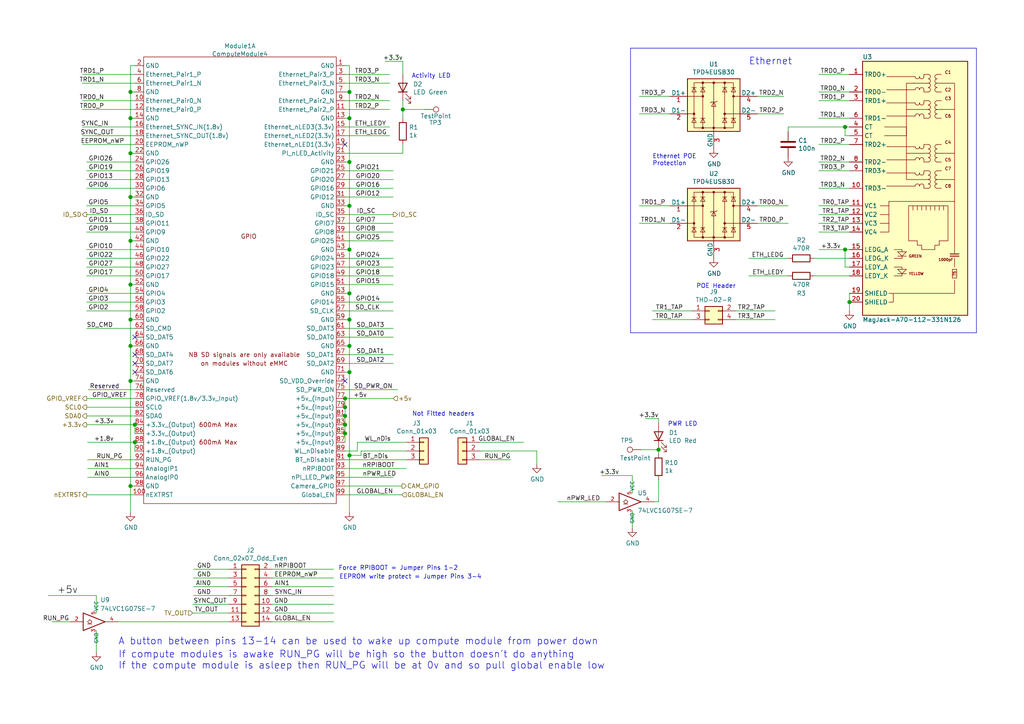
<source format=kicad_sch>
(kicad_sch (version 20211123) (generator eeschema)
  (paper "A4")
  (title_block (title "LlamaBell V4") (date "2023-01-21") (rev "1") (company "coffeekup.net"))
  (junction (at 37.846 92.71) (diameter 1.016))
  (junction (at 101.346 132.08) (diameter 1.016))
  (junction (at 101.346 59.69) (diameter 1.016))
  (junction (at 101.346 46.99) (diameter 1.016))
  (junction (at 101.346 72.39) (diameter 1.016))
  (junction (at 246.38 87.63) (diameter 1.016))
  (junction (at 101.346 26.67) (diameter 1.016))
  (junction (at 245.11 36.83) (diameter 1.016))
  (junction (at 100.076 125.73) (diameter 1.016))
  (junction (at 101.346 85.09) (diameter 1.016))
  (junction (at 37.846 69.85) (diameter 1.016))
  (junction (at 37.846 26.67) (diameter 1.016))
  (junction (at 100.076 120.65) (diameter 1.016))
  (junction (at 245.11 72.39) (diameter 1.016))
  (junction (at 37.846 100.33) (diameter 1.016))
  (junction (at 37.846 44.45) (diameter 1.016))
  (junction (at 39.116 123.19) (diameter 1.016))
  (junction (at 116.84 31.75) (diameter 1.016))
  (junction (at 101.346 107.95) (diameter 1.016))
  (junction (at 101.346 34.29) (diameter 1.016))
  (junction (at 191.008 130.429) (diameter 1.016))
  (junction (at 101.346 92.71) (diameter 1.016))
  (junction (at 100.076 115.57) (diameter 1.016))
  (junction (at 100.076 123.19) (diameter 1.016))
  (junction (at 101.346 100.33) (diameter 1.016))
  (junction (at 37.846 82.55) (diameter 1.016))
  (junction (at 39.116 128.27) (diameter 1.016))
  (junction (at 37.846 110.49) (diameter 1.016))
  (junction (at 37.846 34.29) (diameter 1.016))
  (junction (at 37.846 57.15) (diameter 1.016))
  (junction (at 37.846 140.97) (diameter 1.016))
  (junction (at 100.076 118.11) (diameter 1.016))
  (no_connect (at 100.076 110.49))
  (no_connect (at 39.116 97.79))
  (no_connect (at 100.076 41.91))
  (no_connect (at 39.116 107.95))
  (no_connect (at 39.116 105.41))
  (no_connect (at 39.116 102.87))
  (wire (pts (xy 25.146 118.11) (xy 39.116 118.11)))
  (wire (pts (xy 23.876 36.83) (xy 39.116 36.83)))
  (wire (pts (xy 37.846 57.15) (xy 39.116 57.15)))
  (wire (pts (xy 78.994 175.26) (xy 96.774 175.26)))
  (wire (pts (xy 100.076 44.45) (xy 116.84 44.45)))
  (wire (pts (xy 237.49 21.59) (xy 246.38 21.59)))
  (wire (pts (xy 78.994 170.18) (xy 96.774 170.18)))
  (wire (pts (xy 56.134 167.64) (xy 66.294 167.64)))
  (wire (pts (xy 101.346 132.08) (xy 101.346 148.59)))
  (wire (pts (xy 100.076 21.59) (xy 113.03 21.59)))
  (wire (pts (xy 237.49 34.29) (xy 246.38 34.29)))
  (wire (pts (xy 245.11 72.39) (xy 246.38 72.39)))
  (wire (pts (xy 101.346 46.99) (xy 101.346 59.69)))
  (wire (pts (xy 37.846 44.45) (xy 37.846 57.15)))
  (polyline (pts (xy 283.21 13.97) (xy 283.21 96.52)) (stroke (width 0) (type solid)))
  (wire (pts (xy 100.076 85.09) (xy 101.346 85.09)))
  (wire (pts (xy 56.134 170.18) (xy 66.294 170.18)))
  (wire (pts (xy 25.146 90.17) (xy 39.116 90.17)))
  (wire (pts (xy 183.388 137.922) (xy 174.498 137.922)))
  (wire (pts (xy 27.94 172.72) (xy 27.94 177.8)))
  (wire (pts (xy 25.4 138.43) (xy 39.116 138.43)))
  (wire (pts (xy 100.076 80.01) (xy 114.046 80.01)))
  (wire (pts (xy 228.6 38.1) (xy 228.6 36.83)))
  (wire (pts (xy 103.632 128.27) (xy 117.856 128.27)))
  (wire (pts (xy 100.076 34.29) (xy 101.346 34.29)))
  (wire (pts (xy 139.192 133.35) (xy 148.082 133.35)))
  (wire (pts (xy 25.146 115.57) (xy 39.116 115.57)))
  (wire (pts (xy 100.076 52.07) (xy 114.046 52.07)))
  (wire (pts (xy 101.346 85.09) (xy 101.346 92.71)))
  (wire (pts (xy 37.846 19.05) (xy 37.846 26.67)))
  (wire (pts (xy 100.076 36.83) (xy 113.03 36.83)))
  (wire (pts (xy 25.146 59.69) (xy 39.116 59.69)))
  (wire (pts (xy 100.076 87.63) (xy 114.046 87.63)))
  (wire (pts (xy 56.134 172.72) (xy 66.294 172.72)))
  (wire (pts (xy 100.076 133.35) (xy 117.856 133.35)))
  (wire (pts (xy 78.994 172.72) (xy 96.774 172.72)))
  (wire (pts (xy 37.846 69.85) (xy 39.116 69.85)))
  (wire (pts (xy 100.076 19.05) (xy 101.346 19.05)))
  (wire (pts (xy 25.4 133.35) (xy 39.116 133.35)))
  (wire (pts (xy 100.076 67.31) (xy 114.046 67.31)))
  (wire (pts (xy 100.076 107.95) (xy 101.346 107.95)))
  (wire (pts (xy 236.22 74.93) (xy 246.38 74.93)))
  (wire (pts (xy 23.876 39.37) (xy 39.116 39.37)))
  (wire (pts (xy 237.49 59.69) (xy 246.38 59.69)))
  (wire (pts (xy 100.076 140.97) (xy 116.586 140.97)))
  (wire (pts (xy 100.076 46.99) (xy 101.346 46.99)))
  (wire (pts (xy 100.076 138.43) (xy 114.046 138.43)))
  (wire (pts (xy 101.346 132.08) (xy 104.7242 132.08)))
  (wire (pts (xy 100.076 26.67) (xy 101.346 26.67)))
  (wire (pts (xy 236.22 80.01) (xy 246.38 80.01)))
  (wire (pts (xy 100.076 24.13) (xy 113.03 24.13)))
  (wire (pts (xy 39.116 19.05) (xy 37.846 19.05)))
  (wire (pts (xy 191.008 121.412) (xy 187.198 121.412)))
  (wire (pts (xy 25.4 128.27) (xy 39.116 128.27)))
  (wire (pts (xy 100.076 120.65) (xy 100.076 123.19)))
  (wire (pts (xy 34.29 180.34) (xy 66.294 180.34)))
  (wire (pts (xy 100.076 82.55) (xy 114.046 82.55)))
  (wire (pts (xy 39.116 128.27) (xy 39.37 128.27)))
  (wire (pts (xy 39.116 140.97) (xy 37.846 140.97)))
  (wire (pts (xy 25.146 46.99) (xy 39.116 46.99)))
  (wire (pts (xy 25.146 120.65) (xy 39.116 120.65)))
  (wire (pts (xy 213.36 90.17) (xy 224.79 90.17)))
  (wire (pts (xy 13.97 172.72) (xy 27.94 172.72)))
  (wire (pts (xy 194.31 64.77) (xy 185.42 64.77)))
  (wire (pts (xy 213.36 92.71) (xy 224.79 92.71)))
  (wire (pts (xy 100.076 115.57) (xy 114.046 115.57)))
  (wire (pts (xy 78.994 180.34) (xy 96.774 180.34)))
  (wire (pts (xy 101.346 92.71) (xy 101.346 100.33)))
  (wire (pts (xy 37.846 82.55) (xy 39.116 82.55)))
  (wire (pts (xy 100.076 62.23) (xy 114.046 62.23)))
  (wire (pts (xy 101.346 72.39) (xy 101.346 85.09)))
  (wire (pts (xy 25.146 54.61) (xy 39.116 54.61)))
  (wire (pts (xy 100.076 69.85) (xy 114.046 69.85)))
  (wire (pts (xy 191.008 122.682) (xy 191.008 121.412)))
  (wire (pts (xy 237.49 67.31) (xy 246.38 67.31)))
  (wire (pts (xy 37.846 92.71) (xy 39.116 92.71)))
  (wire (pts (xy 56.134 165.1) (xy 66.294 165.1)))
  (wire (pts (xy 100.076 77.47) (xy 114.046 77.47)))
  (wire (pts (xy 37.846 110.49) (xy 37.846 140.97)))
  (wire (pts (xy 237.49 62.23) (xy 246.38 62.23)))
  (wire (pts (xy 245.11 77.47) (xy 245.11 72.39)))
  (wire (pts (xy 246.38 85.09) (xy 246.38 87.63)))
  (wire (pts (xy 100.076 125.73) (xy 100.076 128.27)))
  (wire (pts (xy 25.146 62.23) (xy 39.116 62.23)))
  (wire (pts (xy 114.046 90.17) (xy 100.076 90.17)))
  (wire (pts (xy 100.076 59.69) (xy 101.346 59.69)))
  (wire (pts (xy 237.49 64.77) (xy 246.38 64.77)))
  (wire (pts (xy 25.146 52.07) (xy 39.116 52.07)))
  (wire (pts (xy 139.192 130.81) (xy 155.702 130.81)))
  (wire (pts (xy 100.076 118.11) (xy 100.076 120.65)))
  (wire (pts (xy 25.146 95.25) (xy 39.116 95.25)))
  (wire (pts (xy 25.4 135.89) (xy 39.116 135.89)))
  (wire (pts (xy 183.388 148.082) (xy 183.388 153.162)))
  (wire (pts (xy 191.008 139.192) (xy 191.008 145.542)))
  (wire (pts (xy 100.076 29.21) (xy 113.03 29.21)))
  (wire (pts (xy 100.076 123.19) (xy 100.076 125.73)))
  (wire (pts (xy 23.876 41.91) (xy 39.116 41.91)))
  (wire (pts (xy 23.876 21.59) (xy 39.116 21.59)))
  (wire (pts (xy 237.49 26.67) (xy 246.38 26.67)))
  (wire (pts (xy 100.076 31.75) (xy 113.03 31.75)))
  (wire (pts (xy 191.008 130.302) (xy 191.008 130.429)))
  (wire (pts (xy 237.49 72.39) (xy 245.11 72.39)))
  (wire (pts (xy 25.146 85.09) (xy 39.116 85.09)))
  (wire (pts (xy 25.146 49.53) (xy 39.116 49.53)))
  (wire (pts (xy 219.71 59.69) (xy 228.6 59.69)))
  (wire (pts (xy 78.994 167.64) (xy 96.774 167.64)))
  (wire (pts (xy 100.076 39.37) (xy 113.03 39.37)))
  (wire (pts (xy 228.6 36.83) (xy 245.11 36.83)))
  (wire (pts (xy 55.88 177.8) (xy 66.294 177.8)))
  (wire (pts (xy 37.846 100.33) (xy 39.116 100.33)))
  (wire (pts (xy 191.008 145.542) (xy 189.738 145.542)))
  (wire (pts (xy 185.42 27.94) (xy 194.31 27.94)))
  (wire (pts (xy 25.146 143.51) (xy 39.116 143.51)))
  (wire (pts (xy 100.076 113.03) (xy 115.316 113.03)))
  (wire (pts (xy 78.994 165.1) (xy 96.774 165.1)))
  (wire (pts (xy 100.076 64.77) (xy 114.046 64.77)))
  (wire (pts (xy 100.076 49.53) (xy 114.046 49.53)))
  (wire (pts (xy 101.346 26.67) (xy 101.346 34.29)))
  (polyline (pts (xy 283.21 96.52) (xy 182.88 96.52)) (stroke (width 0) (type solid)))
  (wire (pts (xy 139.192 128.27) (xy 151.892 128.27)))
  (wire (pts (xy 25.146 67.31) (xy 39.116 67.31)))
  (wire (pts (xy 39.116 125.73) (xy 39.116 123.19)))
  (wire (pts (xy 78.994 177.8) (xy 96.774 177.8)))
  (wire (pts (xy 237.49 41.91) (xy 246.38 41.91)))
  (wire (pts (xy 183.388 143.002) (xy 183.388 137.922)))
  (wire (pts (xy 116.84 31.75) (xy 116.84 29.21)))
  (wire (pts (xy 25.146 64.77) (xy 39.116 64.77)))
  (wire (pts (xy 25.146 80.01) (xy 39.116 80.01)))
  (wire (pts (xy 217.17 80.01) (xy 228.6 80.01)))
  (wire (pts (xy 186.0042 130.429) (xy 191.008 130.429)))
  (wire (pts (xy 100.076 74.93) (xy 114.046 74.93)))
  (wire (pts (xy 39.116 130.81) (xy 39.116 128.27)))
  (wire (pts (xy 101.346 59.69) (xy 101.346 72.39)))
  (wire (pts (xy 191.008 130.429) (xy 191.008 131.572)))
  (wire (pts (xy 116.84 21.59) (xy 116.84 17.78)))
  (wire (pts (xy 219.71 33.02) (xy 227.33 33.02)))
  (wire (pts (xy 100.076 100.33) (xy 101.346 100.33)))
  (wire (pts (xy 100.076 143.51) (xy 116.586 143.51)))
  (wire (pts (xy 37.846 110.49) (xy 39.116 110.49)))
  (wire (pts (xy 37.846 44.45) (xy 39.116 44.45)))
  (polyline (pts (xy 182.88 96.52) (xy 182.88 13.97)) (stroke (width 0) (type solid)))
  (wire (pts (xy 100.076 115.57) (xy 100.076 118.11)))
  (wire (pts (xy 219.71 27.94) (xy 227.33 27.94)))
  (wire (pts (xy 104.7242 132.08) (xy 104.7242 130.81)))
  (wire (pts (xy 217.17 74.93) (xy 228.6 74.93)))
  (wire (pts (xy 39.116 34.29) (xy 37.846 34.29)))
  (wire (pts (xy 101.346 34.29) (xy 101.346 46.99)))
  (wire (pts (xy 55.88 175.26) (xy 66.294 175.26)))
  (wire (pts (xy 23.876 29.21) (xy 39.116 29.21)))
  (wire (pts (xy 185.42 33.02) (xy 194.31 33.02)))
  (wire (pts (xy 100.076 130.81) (xy 103.632 130.81)))
  (wire (pts (xy 37.846 34.29) (xy 37.846 44.45)))
  (wire (pts (xy 25.146 74.93) (xy 39.116 74.93)))
  (wire (pts (xy 114.046 102.87) (xy 100.076 102.87)))
  (wire (pts (xy 25.146 77.47) (xy 39.116 77.47)))
  (wire (pts (xy 100.076 57.15) (xy 114.046 57.15)))
  (wire (pts (xy 100.076 92.71) (xy 101.346 92.71)))
  (wire (pts (xy 39.116 26.67) (xy 37.846 26.67)))
  (wire (pts (xy 27.94 182.88) (xy 27.94 189.23)))
  (wire (pts (xy 37.846 82.55) (xy 37.846 92.71)))
  (wire (pts (xy 246.38 87.63) (xy 246.38 90.17)))
  (wire (pts (xy 25.6032 113.03) (xy 39.116 113.03)))
  (wire (pts (xy 111.76 17.78) (xy 116.84 17.78)))
  (wire (pts (xy 37.846 92.71) (xy 37.846 100.33)))
  (wire (pts (xy 246.38 77.47) (xy 245.11 77.47)))
  (wire (pts (xy 37.846 100.33) (xy 37.846 110.49)))
  (wire (pts (xy 101.346 19.05) (xy 101.346 26.67)))
  (wire (pts (xy 37.846 140.97) (xy 37.846 148.59)))
  (wire (pts (xy 25.146 123.19) (xy 39.116 123.19)))
  (wire (pts (xy 237.49 54.61) (xy 246.38 54.61)))
  (wire (pts (xy 185.42 59.69) (xy 194.31 59.69)))
  (wire (pts (xy 246.38 39.37) (xy 245.11 39.37)))
  (wire (pts (xy 161.798 145.542) (xy 175.768 145.542)))
  (wire (pts (xy 103.632 130.81) (xy 103.632 128.27)))
  (wire (pts (xy 245.11 39.37) (xy 245.11 36.83)))
  (wire (pts (xy 37.846 57.15) (xy 37.846 69.85)))
  (wire (pts (xy 100.076 97.79) (xy 114.046 97.79)))
  (wire (pts (xy 101.346 100.33) (xy 101.346 107.95)))
  (wire (pts (xy 155.702 130.81) (xy 155.702 134.62)))
  (wire (pts (xy 100.076 105.41) (xy 114.046 105.41)))
  (wire (pts (xy 23.876 24.13) (xy 39.116 24.13)))
  (wire (pts (xy 25.146 87.63) (xy 39.116 87.63)))
  (wire (pts (xy 114.046 95.25) (xy 100.076 95.25)))
  (wire (pts (xy 14.986 180.34) (xy 20.32 180.34)))
  (wire (pts (xy 189.23 90.17) (xy 200.66 90.17)))
  (wire (pts (xy 237.49 49.53) (xy 246.38 49.53)))
  (wire (pts (xy 100.076 135.89) (xy 117.856 135.89)))
  (wire (pts (xy 246.38 36.83) (xy 245.11 36.83)))
  (wire (pts (xy 123.19 31.75) (xy 116.84 31.75)))
  (wire (pts (xy 116.84 34.29) (xy 116.84 31.75)))
  (wire (pts (xy 100.076 54.61) (xy 114.046 54.61)))
  (wire (pts (xy 25.146 72.39) (xy 39.116 72.39)))
  (wire (pts (xy 116.84 44.45) (xy 116.84 41.91)))
  (wire (pts (xy 101.346 107.95) (xy 101.346 132.08)))
  (wire (pts (xy 237.49 46.99) (xy 246.38 46.99)))
  (wire (pts (xy 219.71 64.77) (xy 228.6 64.77)))
  (wire (pts (xy 189.23 92.71) (xy 200.66 92.71)))
  (wire (pts (xy 104.7242 130.81) (xy 117.856 130.81)))
  (wire (pts (xy 23.876 31.75) (xy 39.116 31.75)))
  (wire (pts (xy 37.846 69.85) (xy 37.846 82.55)))
  (wire (pts (xy 100.076 72.39) (xy 101.346 72.39)))
  (polyline (pts (xy 182.88 13.97) (xy 283.21 13.97)) (stroke (width 0) (type solid)))
  (wire (pts (xy 237.49 29.21) (xy 246.38 29.21)))
  (wire (pts (xy 37.846 26.67) (xy 37.846 34.29)))
  (text "PWR LED" (at 193.675 123.825 0) (effects (font (size 1.27 1.27)) (justify left bottom)))
  (text "Ethernet POE\nProtection" (at 189.23 48.26 0) (effects (font (size 1.27 1.27)) (justify left bottom)))
  (text "Ethernet" (at 217.17 19.05 0) (effects (font (size 2.0066 2.0066)) (justify left bottom)))
  (text "Activity LED" (at 119.38 22.86 0) (effects (font (size 1.27 1.27)) (justify left bottom)))
  (text "EEPROM write protect = Jumper Pins 3-4\n\n" (at 139.7 170.18 180) (effects (font (size 1.27 1.27)) (justify right bottom)))
  (text "Not Fitted headers" (at 137.668 120.904 180) (effects (font (size 1.27 1.27)) (justify right bottom)))
  (text "A button between pins 13-14 can be used to wake up compute module from power down\n\n" (at 34.29 190.5 0) (effects (font (size 2.007 2.007)) (justify left bottom)))
  (text "If compute modules is awake RUN_PG will be high so the button doesn't do anything\nIf the compute module is asleep then RUN_PG will be at 0v and so pull global enable low" (at 34.29 194.31 0) (effects (font (size 2.007 2.007)) (justify left bottom)))
  (text "Force RPIBOOT = Jumper Pins 1-2 \n" (at 133.858 165.608 180) (effects (font (size 1.27 1.27)) (justify right bottom)))
  (text "POE Header" (at 201.93 83.82 0) (effects (font (size 1.27 1.27)) (justify left bottom)))
  (label "TRD1_N" (at 193.04 64.77 180))
  (label "TRD2_P" (at 245.11 41.91 180))
  (label "GPIO12" (at 110.236 57.15 180))
  (label "TRD2_N" (at 245.11 46.99 180))
  (label "GPIO23" (at 110.236 77.47 180))
  (label "TR2_TAP" (at 246.38 64.77 180))
  (label "SD_PWR_ON" (at 102.616 113.03 0))
  (label "ID_SC" (at 108.966 62.23 180))
  (label "TRD1_P" (at 245.11 29.21 180))
  (label "GPIO14" (at 110.236 87.63 180))
  (label "TRD1_P" (at 30.226 21.59 180))
  (label "Reserved" (at 34.671 113.03 180))
  (label "SD_DAT3" (at 111.506 95.25 180))
  (label "TR0_TAP" (at 198.0184 92.71 180))
  (label "nPWR_LED" (at 105.156 138.43 0))
  (label "GND" (at 83.566 175.26 180))
  (label "+5v" (at 16.51 172.72 0) (effects (font (size 2.0066 2.0066))))
  (label "SD_DAT0" (at 111.506 97.79 180))
  (label "GPIO20" (at 110.236 52.07 180))
  (label "BT_nDis" (at 112.6236 133.35 180))
  (label "SD_DAT2" (at 111.506 105.41 180))
  (label "EEPROM_nWP" (at 36.068 41.91 180))
  (label "TRD0_N" (at 227.33 59.69 180))
  (label "GPIO8" (at 108.966 67.31 180))
  (label "AIN0" (at 61.214 170.18 180))
  (label "GPIO26" (at 32.766 46.99 180))
  (label "SYNC_IN" (at 31.496 36.83 180))
  (label "TRD3_N" (at 193.04 33.02 180))
  (label "TR1_TAP" (at 198.12 90.17 180))
  (label "GPIO18" (at 110.236 80.01 180))
  (label "GPIO15" (at 110.236 82.55 180))
  (label "TRD2_P" (at 102.87 31.75 0))
  (label "GPIO25" (at 110.236 69.85 180))
  (label "nRPIBOOT" (at 114.5032 135.89 180))
  (label "GPIO_VREF" (at 26.67 115.57 0))
  (label "GPIO6" (at 31.496 54.61 180))
  (label "TRD3_N" (at 102.87 24.13 0))
  (label "TR0_TAP" (at 246.38 59.69 180))
  (label "TRD0_P" (at 227.33 64.77 180))
  (label "AIN1" (at 84.074 170.18 180))
  (label "GPIO13" (at 32.766 52.07 180))
  (label "TRD2_N" (at 227.33 27.94 180))
  (label "TRD0_P" (at 245.11 21.59 180))
  (label "TRD2_P" (at 227.33 33.02 180))
  (label "ETH_LEDG" (at 227.33 74.93 180))
  (label "+3.3v" (at 191.008 121.412 180))
  (label "GPIO16" (at 110.236 54.61 180))
  (label "AIN1" (at 31.75 135.89 180))
  (label "TRD3_N" (at 245.11 54.61 180))
  (label "SYNC_IN" (at 87.63 172.72 180))
  (label "TRD0_N" (at 30.226 29.21 180))
  (label "SD_CMD" (at 32.766 95.25 180))
  (label "GND" (at 61.214 165.1 180))
  (label "RUN_PG" (at 148.082 133.35 180))
  (label "GPIO22" (at 32.766 74.93 180))
  (label "TRD1_N" (at 245.11 34.29 180))
  (label "GPIO19" (at 32.766 49.53 180))
  (label "GPIO4" (at 31.496 85.09 180))
  (label "TR2_TAP" (at 221.9198 90.17 180))
  (label "nPWR_LED" (at 164.338 145.542 0))
  (label "GPIO5" (at 31.496 59.69 180))
  (label "+3.3v" (at 33.02 123.19 180))
  (label "+5v" (at 106.426 115.57 180))
  (label "SYNC_OUT" (at 33.02 39.37 180))
  (label "GND" (at 61.214 167.64 180))
  (label "EEPROM_nWP" (at 92.202 167.64 180))
  (label "SYNC_OUT" (at 65.786 175.26 180))
  (label "GLOBAL_EN" (at 114.046 143.51 180))
  (label "GPIO27" (at 32.766 77.47 180))
  (label "GLOBAL_EN" (at 90.17 180.34 180))
  (label "GLOBAL_EN" (at 149.352 128.27 180))
  (label "GPIO11" (at 32.766 64.77 180))
  (label "+1.8v" (at 33.02 128.27 180))
  (label "GND" (at 61.214 172.72 180))
  (label "TV_OUT" (at 63.246 177.8 180))
  (label "RUN_PG" (at 35.56 133.35 180))
  (label "TRD3_P" (at 245.11 49.53 180))
  (label "TRD3_P" (at 102.87 21.59 0))
  (label "GPIO7" (at 108.966 64.77 180))
  (label "SD_DAT1" (at 111.506 102.87 180))
  (label "TRD1_N" (at 30.226 24.13 180))
  (label "ETH_LEDG" (at 102.87 39.37 0))
  (label "TR1_TAP" (at 246.38 62.23 180))
  (label "+3.3v" (at 116.84 17.78 180))
  (label "ETH_LEDY" (at 102.87 36.83 0))
  (label "+3.3v" (at 243.84 72.39 180))
  (label "GND" (at 83.566 177.8 180))
  (label "GPIO3" (at 31.496 87.63 180))
  (label "GPIO17" (at 32.766 80.01 180))
  (label "GPIO2" (at 31.496 90.17 180))
  (label "WL_nDis" (at 113.411 128.27 180))
  (label "ID_SD" (at 31.496 62.23 180))
  (label "TRD2_N" (at 102.87 29.21 0))
  (label "GPIO9" (at 31.496 67.31 180))
  (label "TR3_TAP" (at 221.8944 92.71 180))
  (label "nRPIBOOT" (at 88.9 165.1 180))
  (label "+3.3v" (at 179.578 137.922 180))
  (label "TRD3_P" (at 193.04 27.94 180))
  (label "SD_CLK" (at 110.236 90.17 180))
  (label "GPIO24" (at 110.236 74.93 180))
  (label "RUN_PG" (at 20.066 180.34 180))
  (label "TRD1_P" (at 193.04 59.69 180))
  (label "TRD0_N" (at 245.11 26.67 180))
  (label "GPIO10" (at 32.766 72.39 180))
  (label "GPIO21" (at 110.236 49.53 180))
  (label "TRD0_P" (at 30.226 31.75 180))
  (label "ETH_LEDY" (at 227.33 80.01 180))
  (label "AIN0" (at 31.75 138.43 180))
  (label "TR3_TAP" (at 246.38 67.31 180))
  (hierarchical_label "+5v" (shape input) (at 114.046 115.57 0))
  (hierarchical_label "GLOBAL_EN" (shape input) (at 116.586 143.51 0))
  (hierarchical_label "ID_SC" (shape output) (at 114.046 62.23 0))
  (hierarchical_label "TV_OUT" (shape input) (at 55.88 177.8 180))
  (hierarchical_label "SCL0" (shape output) (at 25.146 118.11 180))
  (hierarchical_label "ID_SD" (shape output) (at 25.146 62.23 180))
  (hierarchical_label "GPIO_VREF" (shape output) (at 25.146 115.57 180))
  (hierarchical_label "SDA0" (shape output) (at 25.146 120.65 180))
  (hierarchical_label "CAM_GPIO" (shape output) (at 116.586 140.97 0))
  (hierarchical_label "nEXTRST" (shape output) (at 25.146 143.51 180))
  (hierarchical_label "+3.3v" (shape output) (at 25.146 123.19 180))
  (symbol (lib_id "CM4IO:74LVC1G07_copy") (at 183.388 145.542 0) (unit 1)
    (property "Reference" "U5" (at 184.912 143.002 0) (effects (justify left)))
    (property "Value" "74LVC1G07SE-7" (at 184.912 148.082 0) (effects (justify left)))
    (property "Footprint" "Package_TO_SOT_SMD:SOT-353_SC-70-5" (effects hide))
    (property "Datasheet" "https://www.diodes.com/assets/Datasheets/74LVC1G07.pdf" (effects hide))
    (property "Field4" "Farnell" (effects hide))
    (property "Field5" "2425492" (effects hide))
    (property "Field6" "74LVC1G07SE-7" (effects hide))
    (property "Field7" "Diodes" (effects hide))
    (property "Part Description" "Buffer, Non-Inverting 1 Element 1 Bit per Element Open Drain Output SOT-353" (effects hide))
  )
  (symbol (lib_id "CM4IO:74LVC1G07_copy") (at 27.94 180.34 0) (unit 1)
    (property "Reference" "U9" (at 30.48 173.99 0))
    (property "Value" "74LVC1G07SE-7" (at 37.084 176.53 0))
    (property "Footprint" "Package_TO_SOT_SMD:SOT-353_SC-70-5" (effects hide))
    (property "Datasheet" "https://www.diodes.com/assets/Datasheets/74LVC1G07.pdf" (effects hide))
    (property "Field4" "Farnell" (effects hide))
    (property "Field5" "2425492" (effects hide))
    (property "Field6" "74LVC1G07SE-7" (effects hide))
    (property "Field7" "Diodes" (effects hide))
    (property "Part Description" "Buffer, Non-Inverting 1 Element 1 Bit per Element Open Drain Output SOT-353" (effects hide))
  )
  (symbol (lib_id "power:GND") (at 27.94 189.23 0) (unit 1)
    (property "Reference" "#PWR027" (effects hide))
    (property "Value" "GND" (at 28.067 193.6242 0))
  )
  (symbol (lib_id "CM4IO:ComputeModule4-CM4") (at 72.136 74.93 0) (unit 1)
    (property "Reference" "Module1" (at 69.596 13.335 0))
    (property "Value" "ComputeModule4" (at 69.596 15.6464 0))
    (property "Footprint" "CM4IO:Raspberry-Pi-4-Compute-Module" (effects hide))
    (property "Field4" "Hirose" (effects hide))
    (property "Field5" "2off DF40C-100DS-0.4V" (effects hide))
    (property "Field6" "2off DF40C-100DS-0.4V" (effects hide))
    (property "Field7" "Hirose" (effects hide))
    (property "Part Description" "	100 Position Connector Receptacle, Center Strip Contacts Surface Mount Gold" (effects hide))
  )
  (symbol (lib_id "CM4IO:MagJack-A70-112-331N126") (at 267.97 92.71 0) (unit 1)
    (property "Reference" "U3" (at 250.19 16.51 0) (effects (justify left)))
    (property "Value" "MagJack-A70-112-331N126" (at 250.19 92.71 0) (effects (justify left)))
    (property "Footprint" "CM4IO:TRJG0926HENL" (effects hide))
    (property "Datasheet" "https://p.globalsources.com/IMAGES/PDT/SPEC/690/K1160305690.pdf" (effects hide))
    (property "Field6" "TRJG0926HENL" (effects hide))
    (property "Field7" "Trxcon" (effects hide))
    (property "Field8" "UCON00900" (effects hide))
    (property "Part Description" "Gigabit Ethernet Magjack" (effects hide))
  )
  (symbol (lib_id "Device:C") (at 228.6 41.91 0) (unit 1)
    (property "Reference" "C1" (at 231.521 40.7416 0) (effects (justify left)))
    (property "Value" "100n" (at 231.521 43.053 0) (effects (justify left)))
    (property "Footprint" "Capacitor_SMD:C_0402_1005Metric" (effects hide))
    (property "Datasheet" "https://search.murata.co.jp/Ceramy/image/img/A01X/G101/ENG/GRM155R71C104KA88-01.pdf" (effects hide))
    (property "Field4" "Farnell" (effects hide))
    (property "Field5" "2611911" (effects hide))
    (property "Field6" "RM EMK105 B7104KV-F" (effects hide))
    (property "Field7" "TAIYO YUDEN EUROPE GMBH" (effects hide))
    (property "Part Description" "	0.1uF 10% 16V Ceramic Capacitor X7R 0402 (1005 Metric)" (effects hide))
    (property "Field8" "110091611" (effects hide))
  )
  (symbol (lib_id "power:GND") (at 228.6 45.72 0) (unit 1)
    (property "Reference" "#PWR0101" (effects hide))
    (property "Value" "GND" (at 228.727 50.1142 0))
  )
  (symbol (lib_id "Connector_Generic:Conn_02x02_Odd_Even") (at 205.74 90.17 0) (unit 1)
    (property "Reference" "J9" (at 207.01 84.6582 0))
    (property "Value" "THD-02-R" (at 207.01 86.9696 0))
    (property "Footprint" "Connector_PinHeader_2.54mm:PinHeader_2x02_P2.54mm_Vertical" (effects hide))
    (property "Datasheet" "https://www.toby.co.uk/uploads/publications/1673.pdf" (effects hide))
    (property "Field4" "Toby" (effects hide))
    (property "Field5" "THD-02-R" (effects hide))
    (property "Field6" "151-604-425-761" (effects hide))
    (property "Field7" "EDAC" (effects hide))
    (property "Field8" "UCON00791" (effects hide))
    (property "Part Description" "PinHeader_2x02_P2.54mm_Vertical" (effects hide))
  )
  (symbol (lib_id "Device:R") (at 232.41 74.93 270) (unit 1)
    (property "Reference" "R2" (at 232.41 69.6722 90))
    (property "Value" "470R" (at 232.41 71.9836 90))
    (property "Footprint" "Resistor_SMD:R_0402_1005Metric" (effects hide))
    (property "Datasheet" "https://fscdn.rohm.com/en/products/databook/datasheet/passive/resistor/chip_resistor/mcr-e.pdf" (effects hide))
    (property "Field4" "Farnell" (effects hide))
    (property "Field5" "9239197" (effects hide))
    (property "Field7" "KOA EUROPE GMBH" (effects hide))
    (property "Field6" "RK73G1ETQTP4700D         " (effects hide))
    (property "Field8" "120887981" (effects hide))
    (property "Part Description" "Resistor 470R M1005 1% 63mW" (effects hide))
  )
  (symbol (lib_id "Device:R") (at 232.41 80.01 270) (unit 1)
    (property "Reference" "R3" (at 232.41 85.09 90))
    (property "Value" "470R" (at 232.41 82.55 90))
    (property "Footprint" "Resistor_SMD:R_0402_1005Metric" (effects hide))
    (property "Datasheet" "https://fscdn.rohm.com/en/products/databook/datasheet/passive/resistor/chip_resistor/mcr-e.pdf" (effects hide))
    (property "Field4" "Farnell" (effects hide))
    (property "Field5" "9239197" (effects hide))
    (property "Field7" "KOA EUROPE GMBH" (effects hide))
    (property "Field6" "RK73G1ETQTP4700D         " (effects hide))
    (property "Field8" "120887981" (effects hide))
    (property "Part Description" "Resistor 470R M1005 1% 63mW" (effects hide))
  )
  (symbol (lib_id "power:GND") (at 37.846 148.59 0) (unit 1)
    (property "Reference" "#PWR0104" (effects hide))
    (property "Value" "GND" (at 37.973 152.9842 0))
  )
  (symbol (lib_id "power:GND") (at 101.346 148.59 0) (unit 1)
    (property "Reference" "#PWR0105" (effects hide))
    (property "Value" "GND" (at 101.473 152.9842 0))
  )
  (symbol (lib_id "Device:LED") (at 116.84 25.4 90) (unit 1)
    (property "Reference" "D2" (at 119.8118 24.4094 90) (effects (justify right)))
    (property "Value" "LED Green" (at 119.8118 26.7208 90) (effects (justify right)))
    (property "Footprint" "LED_SMD:LED_0603_1608Metric" (effects hide))
    (property "Datasheet" "http://optoelectronics.liteon.com/upload/download/DS22-2000-226/LTST-S270KGKT.pdf" (effects hide))
    (property "Field4" "Digikey " (effects hide))
    (property "Field5" "LTST-S270KGKT" (effects hide))
    (property "Field6" "SML-A12M8TT86N" (effects hide))
    (property "Field7" "Rohm" (effects hide))
    (property "Field8" "650263301" (effects hide))
    (property "Part Description" "	Green 572nm LED Indication - Discrete 2.2V 2-SMD, No Lead" (effects hide))
  )
  (symbol (lib_id "Device:R") (at 116.84 38.1 0) (unit 1)
    (property "Reference" "R1" (at 118.618 36.9316 0) (effects (justify left)))
    (property "Value" "1k" (at 118.618 39.243 0) (effects (justify left)))
    (property "Footprint" "Resistor_SMD:R_0402_1005Metric" (effects hide))
    (property "Datasheet" "https://fscdn.rohm.com/en/products/databook/datasheet/passive/resistor/chip_resistor/mcr-e.pdf" (effects hide))
    (property "Field4" "Farnell" (effects hide))
    (property "Field5" "9239235" (effects hide))
    (property "Field7" "KOA EUROPE GMBH" (effects hide))
    (property "Field6" "RK73H1ETTP1001F" (effects hide))
    (property "Part Description" "Resistor 1K M1005 1% 63mW" (effects hide))
    (property "Field8" "125049511" (effects hide))
  )
  (symbol (lib_id "power:GND") (at 183.388 153.162 0) (unit 1)
    (property "Reference" "#PWR05" (effects hide))
    (property "Value" "GND" (at 183.515 157.5562 0))
  )
  (symbol (lib_id "Device:LED") (at 191.008 126.492 90) (unit 1)
    (property "Reference" "D1" (at 193.9798 125.5014 90) (effects (justify right)))
    (property "Value" "LED Red" (at 193.9798 127.8128 90) (effects (justify right)))
    (property "Footprint" "LED_SMD:LED_0603_1608Metric" (effects hide))
    (property "Datasheet" "http://optoelectronics.liteon.com/upload/download/DS22-2000-210/LTST-S270KRKT.pdf" (effects hide))
    (property "Field4" "Digikey " (effects hide))
    (property "Field5" "	LTST-S270KRKT" (effects hide))
    (property "Field6" "SML-A12U8TT86Q" (effects hide))
    (property "Field7" "Rohm" (effects hide))
    (property "Field8" "650295101" (effects hide))
    (property "Part Description" "	Red 620nm LED Indication - Discrete 2.2V 2-SMD, No Lead" (effects hide))
  )
  (symbol (lib_id "Device:R") (at 191.008 135.382 0) (unit 1)
    (property "Reference" "R10" (at 192.786 134.2136 0) (effects (justify left)))
    (property "Value" "1k" (at 192.786 136.525 0) (effects (justify left)))
    (property "Footprint" "Resistor_SMD:R_0402_1005Metric" (effects hide))
    (property "Datasheet" "https://fscdn.rohm.com/en/products/databook/datasheet/passive/resistor/chip_resistor/mcr-e.pdf" (effects hide))
    (property "Field4" "Farnell" (effects hide))
    (property "Field5" "9239235" (effects hide))
    (property "Field7" "KOA EUROPE GMBH" (effects hide))
    (property "Field6" "RK73H1ETTP1001F" (effects hide))
    (property "Part Description" "Resistor 1K M1005 1% 63mW" (effects hide))
    (property "Field8" "125049511" (effects hide))
  )
  (symbol (lib_id "Connector_Generic:Conn_01x03") (at 134.112 130.81 0) (mirror y) (unit 1)
    (property "Reference" "J1" (at 136.1948 122.7582 0))
    (property "Value" "Conn_01x03" (at 136.1948 125.0696 0))
    (property "Footprint" "Connector_PinHeader_2.54mm:PinHeader_1x03_P2.54mm_Vertical" (effects hide))
    (property "Field4" "nf" (effects hide))
    (property "Field5" "nf" (effects hide))
    (property "Field6" "nf" (effects hide))
    (property "Field7" "nf" (effects hide))
    (property "Part Description" "3pin 0.1\" connector" (effects hide))
  )
  (symbol (lib_id "CM4IO:TPD4EUSB30") (at 207.01 62.23 0) (unit 1)
    (property "Reference" "U2" (at 207.01 50.3682 0))
    (property "Value" "TPD4EUSB30" (at 207.01 52.6796 0))
    (property "Footprint" "Package_SON:USON-10_2.5x1.0mm_P0.5mm" (effects hide))
    (property "Datasheet" "http://www.ti.com/lit/ds/symlink/tpd2eusb30a.pdf" (effects hide))
    (property "Field4" "Farnell" (effects hide))
    (property "Field5" "2335455" (effects hide))
    (property "Field6" "CDDFN10-3324P-13" (effects hide))
    (property "Field7" "Bourns" (effects hide))
    (property "Field8" "UDIO00346" (effects hide))
    (property "Part Description" "Quad TVS diode for high speed signals (USB3, GigE etc.)" (effects hide))
  )
  (symbol (lib_id "power:GND") (at 155.702 134.62 0) (unit 1)
    (property "Reference" "#PWR0106" (effects hide))
    (property "Value" "GND" (at 155.829 139.0142 0))
  )
  (symbol (lib_id "Connector:TestPoint") (at 186.0042 130.429 90) (unit 1)
    (property "Reference" "TP5" (at 183.642 127.762 90) (effects (justify left)))
    (property "Value" "TestPoint" (at 188.722 132.842 90) (effects (justify left)))
    (property "Footprint" "TestPoint:TestPoint_Pad_2.0x2.0mm" (effects hide))
    (property "Field4" "nf" (effects hide))
    (property "Field5" "nf" (effects hide))
    (property "Field6" "nf" (effects hide))
    (property "Field7" "nf" (effects hide))
  )
  (symbol (lib_id "Connector_Generic:Conn_02x07_Odd_Even") (at 71.374 172.72 0) (unit 1)
    (property "Reference" "J2" (at 72.644 159.6136 0))
    (property "Value" "Conn_02x07_Odd_Even" (at 72.644 161.925 0))
    (property "Footprint" "Connector_PinHeader_2.54mm:PinHeader_2x07_P2.54mm_Vertical" (effects hide))
    (property "Datasheet" "https://www.toby.co.uk/uploads/publications/1673.pdf" (effects hide))
    (property "Field4" "Toby" (effects hide))
    (property "Field5" "THD-07-R" (effects hide))
    (property "Field6" "THD-07-R" (effects hide))
    (property "Field7" "Toby" (effects hide))
    (property "Part Description" "PinHeader_2x07_P2.54mm_Vertical" (effects hide))
  )
  (symbol (lib_id "Connector_Generic:Conn_01x03") (at 122.936 130.81 0) (unit 1)
    (property "Reference" "J3" (at 120.8532 122.7582 0))
    (property "Value" "Conn_01x03" (at 120.8532 125.0696 0))
    (property "Footprint" "Connector_PinHeader_2.54mm:PinHeader_1x03_P2.54mm_Vertical" (effects hide))
    (property "Field4" "nf" (effects hide))
    (property "Field5" "nf" (effects hide))
    (property "Field6" "nf" (effects hide))
    (property "Field7" "nf" (effects hide))
    (property "Part Description" "3pin 0.1\" connector" (effects hide))
  )
  (symbol (lib_id "CM4IO:TPD4EUSB30") (at 207.01 30.48 0) (unit 1)
    (property "Reference" "U1" (at 207.01 18.6182 0))
    (property "Value" "TPD4EUSB30" (at 207.01 20.9296 0))
    (property "Footprint" "Package_SON:USON-10_2.5x1.0mm_P0.5mm" (effects hide))
    (property "Datasheet" "http://www.ti.com/lit/ds/symlink/tpd2eusb30a.pdf" (effects hide))
    (property "Field4" "Farnell" (effects hide))
    (property "Field5" "2335455" (effects hide))
    (property "Field6" "CDDFN10-3324P-13" (effects hide))
    (property "Field7" "Bourns" (effects hide))
    (property "Field8" "UDIO00346" (effects hide))
    (property "Part Description" "Quad TVS diode for high speed signals (USB3, GigE etc.)" (effects hide))
  )
  (symbol (lib_id "power:GND") (at 246.38 90.17 0) (unit 1)
    (property "Reference" "#PWR0109" (effects hide))
    (property "Value" "GND" (at 246.507 94.5642 0))
  )
  (symbol (lib_id "power:GND") (at 207.01 74.93 0) (unit 1)
    (property "Reference" "#PWR0110" (effects hide))
    (property "Value" "GND" (at 207.137 79.3242 0))
  )
  (symbol (lib_id "power:GND") (at 207.01 43.18 0) (unit 1)
    (property "Reference" "#PWR0111" (effects hide))
    (property "Value" "GND" (at 207.137 47.5742 0))
  )
  (symbol (lib_id "Connector:TestPoint") (at 123.19 31.75 270) (unit 1)
    (property "Reference" "TP3" (at 124.46 35.56 90) (effects (justify left)))
    (property "Value" "TestPoint" (at 121.92 33.655 90) (effects (justify left)))
    (property "Footprint" "TestPoint:TestPoint_Pad_2.0x2.0mm" (effects hide))
    (property "Field4" "nf" (effects hide))
    (property "Field5" "nf" (effects hide))
    (property "Field6" "nf" (effects hide))
    (property "Field7" "nf" (effects hide))
  )
)
</source>
